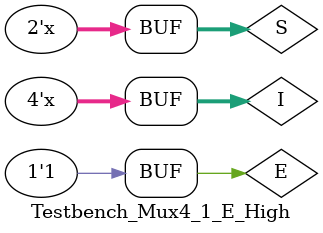
<source format=v>
`timescale 1ns / 1ps


module Testbench_Mux4_1_E_High;

	// Inputs
	reg [3:0] I;
	reg [1:0] S;
	reg E;

	// Outputs
	wire Y;

	// Instantiate the Unit Under Test (UUT)
	Mux4_1_E_High uut (
		.I(I), 
		.S(S), 
		.E(E), 
		.Y(Y)
	);

	initial begin
		// Initialize Inputs
		I = 0;
		S = 0;
		E = 0;

		// Wait 100 ns for global reset to finish
		#100;
        
		// Add stimulus here
		E = 1;

	end
	always #10	I[0] = ~I[0];
	always #20	I[1] = ~I[1];
	always #30	I[2] = ~I[2];
	always #40	I[3] = ~I[3];
	
	always #100 S =  S + 1'b1;
      
endmodule


</source>
